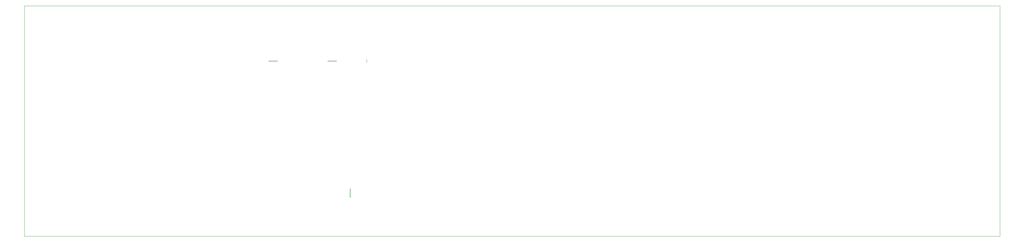
<source format=gtp>
*%FSLAX23Y23*%
*%MOIN*%
G01*
D11*
X4105Y9426D02*
X15837D01*
Y6651D02*
X4105D01*
X15837D02*
Y9426D01*
X4105D02*
Y6651D01*
D19*
X15125Y7236D02*
D03*
Y8676D02*
D03*
D35*
X9695Y7476D02*
D03*
X13425Y7356D02*
D03*
Y8351D02*
D03*
Y7866D02*
D03*
X13420Y8861D02*
D03*
X14885Y7096D02*
D03*
Y8506D02*
D03*
Y9216D02*
D03*
Y7801D02*
D03*
D56*
X12461Y8667D02*
D03*
X12441D02*
D03*
X12422D02*
D03*
X12402D02*
D03*
X12382D02*
D03*
X12363D02*
D03*
X12343D02*
D03*
X12323D02*
D03*
X12304D02*
D03*
X12284D02*
D03*
X12264D02*
D03*
X12244D02*
D03*
X12461Y9022D02*
D03*
X12244D02*
D03*
X12264D02*
D03*
X12284D02*
D03*
X12304D02*
D03*
X12323D02*
D03*
X12343D02*
D03*
X12363D02*
D03*
X12382D02*
D03*
X12402D02*
D03*
X12422D02*
D03*
X12441D02*
D03*
D57*
X11370Y8646D02*
D03*
X11350D02*
D03*
X11331D02*
D03*
X11311D02*
D03*
X11291D02*
D03*
X11272D02*
D03*
X11252D02*
D03*
X11232D02*
D03*
X11212D02*
D03*
X11193D02*
D03*
X11173D02*
D03*
X11154D02*
D03*
X11134D02*
D03*
X11114D02*
D03*
X11094D02*
D03*
X11075D02*
D03*
X11055D02*
D03*
X11035D02*
D03*
X11016D02*
D03*
X10996D02*
D03*
X10976D02*
D03*
X10957D02*
D03*
X10937D02*
D03*
X10917D02*
D03*
X10898D02*
D03*
X10878D02*
D03*
X10858D02*
D03*
X10838D02*
D03*
X10819D02*
D03*
X10799D02*
D03*
X10779D02*
D03*
X10760D02*
D03*
X10740D02*
D03*
X10720D02*
D03*
X10701D02*
D03*
X10681D02*
D03*
X10661D02*
D03*
X10642D02*
D03*
X10622D02*
D03*
X10602D02*
D03*
X10583D02*
D03*
X10563D02*
D03*
X10543D02*
D03*
X10524D02*
D03*
X10504D02*
D03*
X10484D02*
D03*
X10464D02*
D03*
X10445D02*
D03*
X10425D02*
D03*
X10405D02*
D03*
X10386D02*
D03*
X10366D02*
D03*
X11370Y7470D02*
D03*
X10366D02*
D03*
X10386D02*
D03*
X10405D02*
D03*
X10425D02*
D03*
X10445D02*
D03*
X10464D02*
D03*
X10484D02*
D03*
X10504D02*
D03*
X10524D02*
D03*
X10543D02*
D03*
X10563D02*
D03*
X10583D02*
D03*
X10602D02*
D03*
X10622D02*
D03*
X10642D02*
D03*
X10661D02*
D03*
X10681D02*
D03*
X10701D02*
D03*
X10720D02*
D03*
X10740D02*
D03*
X10760D02*
D03*
X10779D02*
D03*
X10799D02*
D03*
X10819D02*
D03*
X10838D02*
D03*
X10858D02*
D03*
X10878D02*
D03*
X10898D02*
D03*
X10917D02*
D03*
X10937D02*
D03*
X10957D02*
D03*
X10976D02*
D03*
X10996D02*
D03*
X11016D02*
D03*
X11035D02*
D03*
X11055D02*
D03*
X11075D02*
D03*
X11094D02*
D03*
X11114D02*
D03*
X11134D02*
D03*
X11154D02*
D03*
X11173D02*
D03*
X11193D02*
D03*
X11212D02*
D03*
X11232D02*
D03*
X11252D02*
D03*
X11272D02*
D03*
X11291D02*
D03*
X11311D02*
D03*
X11331D02*
D03*
X11350D02*
D03*
D59*
X9125Y7341D02*
D03*
X9093D02*
D03*
X9062D02*
D03*
X9030D02*
D03*
X8999D02*
D03*
X8967D02*
D03*
X8936D02*
D03*
X8904D02*
D03*
X8907Y7006D02*
D03*
X8939D02*
D03*
X8970D02*
D03*
X9002D02*
D03*
X9033D02*
D03*
X9065D02*
D03*
X9096D02*
D03*
X9128D02*
D03*
D60*
X12483Y6932D02*
D03*
X12560D02*
D03*
X12534D02*
D03*
X12560Y6808D02*
D03*
X12534D02*
D03*
X12509D02*
D03*
X12483D02*
D03*
X12509Y6932D02*
D03*
X11933D02*
D03*
X12010D02*
D03*
X11984D02*
D03*
X12010Y6808D02*
D03*
X11984D02*
D03*
X11959D02*
D03*
X11933D02*
D03*
X11959Y6932D02*
D03*
D62*
X8940Y8661D02*
D03*
X8966D02*
D03*
X8991D02*
D03*
X9017D02*
D03*
X9042D02*
D03*
X9068D02*
D03*
X9094D02*
D03*
X9119D02*
D03*
Y8913D02*
D03*
X9094D02*
D03*
X9068D02*
D03*
X9042D02*
D03*
X9017D02*
D03*
X8991D02*
D03*
X8966D02*
D03*
X8940D02*
D03*
Y8156D02*
D03*
X8966D02*
D03*
X8991D02*
D03*
X9017D02*
D03*
X9042D02*
D03*
X9068D02*
D03*
X9094D02*
D03*
X9119D02*
D03*
Y8408D02*
D03*
X9094D02*
D03*
X9068D02*
D03*
X9042D02*
D03*
X9017D02*
D03*
X8991D02*
D03*
X8966D02*
D03*
X8940D02*
D03*
D66*
X15125Y7460D02*
D03*
X15175Y7236D02*
D03*
X15225D02*
D03*
X15275D02*
D03*
Y7460D02*
D03*
X15225D02*
D03*
X15175D02*
D03*
X15125Y8900D02*
D03*
X15175Y8676D02*
D03*
X15225D02*
D03*
X15275D02*
D03*
Y8900D02*
D03*
X15225D02*
D03*
X15175D02*
D03*
D70*
X10440Y6991D02*
D03*
X10365D02*
D03*
X10595D02*
D03*
X10520D02*
D03*
X10740D02*
D03*
X10665D02*
D03*
X13580Y7641D02*
D03*
Y7566D02*
D03*
X13865Y7641D02*
D03*
Y7566D02*
D03*
X13580Y8566D02*
D03*
Y8491D02*
D03*
X13865Y8566D02*
D03*
Y8491D02*
D03*
X13855Y8121D02*
D03*
Y8046D02*
D03*
X13570Y8121D02*
D03*
Y8046D02*
D03*
X13910Y9271D02*
D03*
Y9346D02*
D03*
X13625Y9271D02*
D03*
Y9346D02*
D03*
D71*
X10402Y6911D02*
D03*
X10557D02*
D03*
X10702D02*
D03*
D75*
X7895Y8571D02*
D03*
X7715D02*
D03*
X7805D02*
D03*
X7185D02*
D03*
X7005D02*
D03*
X7095D02*
D03*
D76*
X11456Y8560D02*
D03*
Y8540D02*
D03*
Y8521D02*
D03*
Y8501D02*
D03*
Y8481D02*
D03*
Y8462D02*
D03*
Y8442D02*
D03*
Y8422D02*
D03*
Y8402D02*
D03*
Y8383D02*
D03*
Y8363D02*
D03*
Y8344D02*
D03*
Y8324D02*
D03*
Y8304D02*
D03*
Y8284D02*
D03*
Y8265D02*
D03*
Y8245D02*
D03*
Y8225D02*
D03*
Y8206D02*
D03*
Y8186D02*
D03*
Y8127D02*
D03*
Y8107D02*
D03*
Y8088D02*
D03*
Y8068D02*
D03*
Y8048D02*
D03*
Y8028D02*
D03*
Y8009D02*
D03*
Y7989D02*
D03*
Y7969D02*
D03*
Y7950D02*
D03*
Y7930D02*
D03*
Y7910D02*
D03*
Y7891D02*
D03*
Y7871D02*
D03*
Y7851D02*
D03*
Y7832D02*
D03*
Y7812D02*
D03*
Y7792D02*
D03*
Y7773D02*
D03*
Y7753D02*
D03*
Y7733D02*
D03*
Y7714D02*
D03*
Y7694D02*
D03*
Y7674D02*
D03*
Y7654D02*
D03*
Y7635D02*
D03*
Y7615D02*
D03*
Y7595D02*
D03*
Y7576D02*
D03*
Y7556D02*
D03*
X10280Y8560D02*
D03*
Y8540D02*
D03*
Y8521D02*
D03*
Y8501D02*
D03*
Y8481D02*
D03*
Y8462D02*
D03*
Y8442D02*
D03*
Y8422D02*
D03*
Y8402D02*
D03*
Y8383D02*
D03*
Y8363D02*
D03*
Y8344D02*
D03*
Y8324D02*
D03*
Y8304D02*
D03*
Y8284D02*
D03*
Y8265D02*
D03*
Y8245D02*
D03*
Y8206D02*
D03*
Y8186D02*
D03*
X11456Y8147D02*
D03*
Y8166D02*
D03*
X10280Y8225D02*
D03*
Y8166D02*
D03*
Y8147D02*
D03*
Y8127D02*
D03*
Y8107D02*
D03*
Y8088D02*
D03*
Y8068D02*
D03*
Y8048D02*
D03*
Y8028D02*
D03*
Y8009D02*
D03*
Y7989D02*
D03*
Y7969D02*
D03*
Y7950D02*
D03*
Y7930D02*
D03*
Y7910D02*
D03*
Y7891D02*
D03*
Y7871D02*
D03*
Y7851D02*
D03*
Y7832D02*
D03*
Y7812D02*
D03*
Y7792D02*
D03*
Y7773D02*
D03*
Y7753D02*
D03*
Y7733D02*
D03*
Y7714D02*
D03*
Y7694D02*
D03*
Y7674D02*
D03*
Y7654D02*
D03*
Y7635D02*
D03*
Y7615D02*
D03*
Y7595D02*
D03*
Y7576D02*
D03*
Y7556D02*
D03*
D78*
X8849Y7282D02*
D03*
Y7251D02*
D03*
Y7219D02*
D03*
Y7188D02*
D03*
Y7156D02*
D03*
Y7125D02*
D03*
Y7093D02*
D03*
Y7062D02*
D03*
X9184Y7064D02*
D03*
Y7095D02*
D03*
Y7127D02*
D03*
Y7158D02*
D03*
Y7190D02*
D03*
Y7221D02*
D03*
Y7253D02*
D03*
Y7284D02*
D03*
D81*
X11261Y7191D02*
D03*
Y7165D02*
D03*
Y7140D02*
D03*
Y7114D02*
D03*
Y7089D02*
D03*
Y7063D02*
D03*
Y7037D02*
D03*
Y7012D02*
D03*
Y6986D02*
D03*
Y6961D02*
D03*
X11056D02*
D03*
Y6986D02*
D03*
Y7012D02*
D03*
Y7037D02*
D03*
Y7063D02*
D03*
Y7089D02*
D03*
Y7114D02*
D03*
Y7140D02*
D03*
Y7165D02*
D03*
Y7191D02*
D03*
D82*
X13660Y7603D02*
D03*
X13945D02*
D03*
X13660Y8528D02*
D03*
X13945D02*
D03*
X13935Y8083D02*
D03*
X13650D02*
D03*
X13990Y9308D02*
D03*
X13705D02*
D03*
D86*
X5190Y8591D02*
D03*
X5280D02*
D03*
Y8516D02*
D03*
X5190D02*
D03*
Y8276D02*
D03*
X5280D02*
D03*
X5190Y8026D02*
D03*
X5280D02*
D03*
X7875Y9126D02*
D03*
X7785D02*
D03*
X7165D02*
D03*
X7075D02*
D03*
X8600Y7136D02*
D03*
X8510D02*
D03*
Y7061D02*
D03*
X8600D02*
D03*
X9560Y7406D02*
D03*
X9470D02*
D03*
X8810Y7656D02*
D03*
X8900D02*
D03*
X9100D02*
D03*
X9010D02*
D03*
X9360Y8556D02*
D03*
X9270D02*
D03*
X9065Y9011D02*
D03*
X8975D02*
D03*
X9060Y8506D02*
D03*
X8970D02*
D03*
X9995Y7601D02*
D03*
X10085D02*
D03*
X11130Y7256D02*
D03*
X11220D02*
D03*
X10950Y6936D02*
D03*
X10860D02*
D03*
X10950Y7011D02*
D03*
X10860D02*
D03*
X10950Y7086D02*
D03*
X10860D02*
D03*
X11900Y7311D02*
D03*
X11990D02*
D03*
Y7236D02*
D03*
X11900D02*
D03*
X11990Y7161D02*
D03*
X11900D02*
D03*
Y7086D02*
D03*
X11990D02*
D03*
X11820Y7606D02*
D03*
X11910D02*
D03*
X12625Y7741D02*
D03*
X12535D02*
D03*
X12380D02*
D03*
X12470D02*
D03*
X12940Y7771D02*
D03*
X13030D02*
D03*
Y7696D02*
D03*
X12940D02*
D03*
Y7621D02*
D03*
X13030D02*
D03*
X12940Y7546D02*
D03*
X13030D02*
D03*
Y7471D02*
D03*
X12940D02*
D03*
Y7396D02*
D03*
X13030D02*
D03*
X12940Y7321D02*
D03*
X13030D02*
D03*
Y7246D02*
D03*
X12940D02*
D03*
Y7171D02*
D03*
X13030D02*
D03*
X11590Y8631D02*
D03*
X11500D02*
D03*
X11820Y8286D02*
D03*
X11910D02*
D03*
X12375Y8321D02*
D03*
X12465D02*
D03*
X12625Y8321D02*
D03*
X12535D02*
D03*
X12575Y9256D02*
D03*
X12485D02*
D03*
X12940Y9296D02*
D03*
X13030D02*
D03*
X12940Y9221D02*
D03*
X13030D02*
D03*
X12940Y8896D02*
D03*
X13030D02*
D03*
X12940Y8821D02*
D03*
X13030D02*
D03*
X12940Y8671D02*
D03*
X13030D02*
D03*
X12940Y8521D02*
D03*
X13030D02*
D03*
X12940Y8446D02*
D03*
X13030D02*
D03*
Y8596D02*
D03*
X12940D02*
D03*
X13030Y8746D02*
D03*
X12940D02*
D03*
X13030Y8371D02*
D03*
X12940D02*
D03*
Y8296D02*
D03*
X13030D02*
D03*
X12940Y8221D02*
D03*
X13030D02*
D03*
Y8146D02*
D03*
X12940D02*
D03*
Y8071D02*
D03*
X13030D02*
D03*
X12940Y7996D02*
D03*
X13030D02*
D03*
Y7921D02*
D03*
X12940D02*
D03*
Y7846D02*
D03*
X13030D02*
D03*
X12940Y9371D02*
D03*
X13030D02*
D03*
X13425Y7136D02*
D03*
X13515D02*
D03*
X14290Y7311D02*
D03*
X14200D02*
D03*
X14290Y7581D02*
D03*
X14200D02*
D03*
X13095Y7771D02*
D03*
X13185D02*
D03*
X13095Y7696D02*
D03*
X13185D02*
D03*
X13095Y7621D02*
D03*
X13185D02*
D03*
X13095Y7546D02*
D03*
X13185D02*
D03*
X13095Y7471D02*
D03*
X13185D02*
D03*
X13095Y7396D02*
D03*
X13185D02*
D03*
X13095Y7321D02*
D03*
X13185D02*
D03*
X13095Y7246D02*
D03*
X13185D02*
D03*
X13095Y7171D02*
D03*
X13185D02*
D03*
X14295Y8231D02*
D03*
X14205D02*
D03*
X13945Y9026D02*
D03*
X13855D02*
D03*
Y9101D02*
D03*
X13945D02*
D03*
X13810Y9176D02*
D03*
X13900D02*
D03*
X13720Y8936D02*
D03*
X13630D02*
D03*
X13095Y8896D02*
D03*
X13185D02*
D03*
X13095Y8821D02*
D03*
X13185D02*
D03*
X13095Y8746D02*
D03*
X13185D02*
D03*
X13095Y8671D02*
D03*
X13185D02*
D03*
X13095Y8596D02*
D03*
X13185D02*
D03*
X13095Y8521D02*
D03*
X13185D02*
D03*
X13095Y8446D02*
D03*
X13185D02*
D03*
X13095Y8371D02*
D03*
X13185D02*
D03*
X13095Y8296D02*
D03*
X13185D02*
D03*
X13095Y8221D02*
D03*
X13185D02*
D03*
X13095Y8146D02*
D03*
X13185D02*
D03*
X13095Y8071D02*
D03*
X13185D02*
D03*
X13095Y7996D02*
D03*
X13185D02*
D03*
X13095Y7921D02*
D03*
X13185D02*
D03*
X13095Y7846D02*
D03*
X13185D02*
D03*
X14885Y6876D02*
D03*
X14975D02*
D03*
X15275Y7701D02*
D03*
X15185D02*
D03*
X14975Y7581D02*
D03*
X14885D02*
D03*
X15275Y6996D02*
D03*
X15185D02*
D03*
Y7071D02*
D03*
X15275D02*
D03*
X15185Y7626D02*
D03*
X15275D02*
D03*
X15185Y6921D02*
D03*
X15275D02*
D03*
X15185Y8331D02*
D03*
X15275D02*
D03*
Y8406D02*
D03*
X15185D02*
D03*
Y8481D02*
D03*
X15275D02*
D03*
Y9116D02*
D03*
X15185D02*
D03*
X14975Y8996D02*
D03*
X14885D02*
D03*
X15185Y9191D02*
D03*
X15275D02*
D03*
X14970Y8286D02*
D03*
X14880D02*
D03*
X15185Y7776D02*
D03*
X15275D02*
D03*
X15185Y9041D02*
D03*
X15275D02*
D03*
D88*
X12100Y6978D02*
D03*
X12260D02*
D03*
X12100Y6952D02*
D03*
X12260D02*
D03*
X12100Y6927D02*
D03*
X12260D02*
D03*
X12100Y6901D02*
D03*
X12260D02*
D03*
X12100Y6843D02*
D03*
X12260D02*
D03*
X12100Y6817D02*
D03*
X12260D02*
D03*
X12100Y6792D02*
D03*
X12260D02*
D03*
X12100Y6766D02*
D03*
X12260D02*
D03*
X12650Y6978D02*
D03*
X12810D02*
D03*
X12650Y6952D02*
D03*
X12810D02*
D03*
X12650Y6927D02*
D03*
X12810D02*
D03*
X12650Y6901D02*
D03*
X12810D02*
D03*
X12650Y6843D02*
D03*
X12810D02*
D03*
X12650Y6817D02*
D03*
X12810D02*
D03*
X12650Y6792D02*
D03*
X12810D02*
D03*
X12650Y6766D02*
D03*
X12810D02*
D03*
D89*
X7835Y7081D02*
D03*
Y7261D02*
D03*
Y7171D02*
D03*
X8413Y8673D02*
D03*
Y8733D02*
D03*
Y8793D02*
D03*
Y8853D02*
D03*
D91*
X9860Y8356D02*
D03*
X9725D02*
D03*
X9860Y8466D02*
D03*
X9725D02*
D03*
X9935Y9026D02*
D03*
X9800D02*
D03*
X12575Y9351D02*
D03*
X12440D02*
D03*
D93*
X7700Y7240D02*
D03*
Y7101D02*
D03*
X8025Y7550D02*
D03*
Y7411D02*
D03*
X10780Y7162D02*
D03*
Y7301D02*
D03*
X11765Y7400D02*
D03*
Y7261D02*
D03*
X12670Y9139D02*
D03*
Y9000D02*
D03*
D96*
X8160Y7411D02*
D03*
Y7501D02*
D03*
X9390Y7576D02*
D03*
Y7486D02*
D03*
X9315Y7621D02*
D03*
Y7531D02*
D03*
X8655Y7381D02*
D03*
Y7471D02*
D03*
X9530Y8136D02*
D03*
Y8226D02*
D03*
X8490Y8636D02*
D03*
Y8726D02*
D03*
Y8796D02*
D03*
Y8886D02*
D03*
X8840Y8746D02*
D03*
Y8656D02*
D03*
Y8231D02*
D03*
Y8141D02*
D03*
X8570Y8796D02*
D03*
Y8886D02*
D03*
Y8636D02*
D03*
Y8726D02*
D03*
X11035Y7326D02*
D03*
Y7236D02*
D03*
X10315Y6841D02*
D03*
Y6751D02*
D03*
X10615Y6841D02*
D03*
Y6751D02*
D03*
X10465Y6841D02*
D03*
Y6751D02*
D03*
X10390D02*
D03*
Y6841D02*
D03*
X10690Y6751D02*
D03*
Y6841D02*
D03*
X10540Y6751D02*
D03*
Y6841D02*
D03*
X9935Y8376D02*
D03*
Y8286D02*
D03*
Y8446D02*
D03*
Y8536D02*
D03*
X10210Y8326D02*
D03*
Y8236D02*
D03*
X10010Y9026D02*
D03*
Y8936D02*
D03*
X11765Y7171D02*
D03*
Y7081D02*
D03*
X11865Y6896D02*
D03*
Y6806D02*
D03*
X12415Y6901D02*
D03*
Y6811D02*
D03*
X11520Y7351D02*
D03*
Y7441D02*
D03*
X12610Y8601D02*
D03*
Y8691D02*
D03*
X12880Y8981D02*
D03*
Y9071D02*
D03*
X12805Y8981D02*
D03*
Y9071D02*
D03*
X12705Y8821D02*
D03*
Y8911D02*
D03*
X13320Y6931D02*
D03*
Y7021D02*
D03*
X13830Y7031D02*
D03*
Y6941D02*
D03*
X13345Y7666D02*
D03*
Y7756D02*
D03*
X13270D02*
D03*
Y7666D02*
D03*
X13425D02*
D03*
Y7576D02*
D03*
X13345Y7156D02*
D03*
Y7246D02*
D03*
X13270D02*
D03*
Y7156D02*
D03*
X13345Y7311D02*
D03*
Y7401D02*
D03*
X13270Y7311D02*
D03*
Y7401D02*
D03*
X13730Y7331D02*
D03*
Y7421D02*
D03*
X13805Y7556D02*
D03*
Y7646D02*
D03*
X14015Y7556D02*
D03*
Y7646D02*
D03*
X13730Y7556D02*
D03*
Y7646D02*
D03*
X14245Y8936D02*
D03*
Y8846D02*
D03*
X13425Y8151D02*
D03*
Y8061D02*
D03*
X13850Y9261D02*
D03*
Y9351D02*
D03*
X13775Y9261D02*
D03*
Y9351D02*
D03*
X13730Y8481D02*
D03*
Y8571D02*
D03*
X13805Y8481D02*
D03*
Y8571D02*
D03*
X14015D02*
D03*
Y8481D02*
D03*
X13420Y8656D02*
D03*
Y8566D02*
D03*
X13260Y8751D02*
D03*
Y8661D02*
D03*
X13335D02*
D03*
Y8751D02*
D03*
Y8821D02*
D03*
Y8911D02*
D03*
X13260Y8821D02*
D03*
Y8911D02*
D03*
X13730Y8326D02*
D03*
Y8416D02*
D03*
X13345Y8151D02*
D03*
Y8241D02*
D03*
X13270D02*
D03*
Y8151D02*
D03*
Y8306D02*
D03*
Y8396D02*
D03*
X13345Y8306D02*
D03*
Y8396D02*
D03*
X13730Y7841D02*
D03*
Y7931D02*
D03*
X13345Y7826D02*
D03*
Y7916D02*
D03*
X13270Y7826D02*
D03*
Y7916D02*
D03*
X14005Y8126D02*
D03*
Y8036D02*
D03*
X13795D02*
D03*
Y8126D02*
D03*
X13720Y8036D02*
D03*
Y8126D02*
D03*
X14060Y9351D02*
D03*
Y9261D02*
D03*
X14806Y6841D02*
D03*
Y6931D02*
D03*
Y7086D02*
D03*
Y6996D02*
D03*
Y7611D02*
D03*
Y7701D02*
D03*
X14895Y7301D02*
D03*
Y7391D02*
D03*
X14970Y7301D02*
D03*
Y7391D02*
D03*
X14806Y7856D02*
D03*
Y7766D02*
D03*
X14807Y8496D02*
D03*
Y8406D02*
D03*
Y8251D02*
D03*
Y8341D02*
D03*
Y8961D02*
D03*
Y9051D02*
D03*
Y9206D02*
D03*
Y9116D02*
D03*
X14990Y8831D02*
D03*
Y8741D02*
D03*
X14915Y8831D02*
D03*
Y8741D02*
D03*
D101*
X9471Y7476D02*
D03*
X9695Y7526D02*
D03*
Y7576D02*
D03*
Y7626D02*
D03*
X9471D02*
D03*
Y7576D02*
D03*
Y7526D02*
D03*
X13649Y7356D02*
D03*
X13425Y7306D02*
D03*
Y7256D02*
D03*
Y7206D02*
D03*
X13649D02*
D03*
Y7256D02*
D03*
Y7306D02*
D03*
Y8351D02*
D03*
X13425Y8301D02*
D03*
Y8251D02*
D03*
Y8201D02*
D03*
X13649D02*
D03*
Y8251D02*
D03*
Y8301D02*
D03*
Y7866D02*
D03*
X13425Y7816D02*
D03*
Y7766D02*
D03*
Y7716D02*
D03*
X13649D02*
D03*
Y7766D02*
D03*
Y7816D02*
D03*
X13644Y8861D02*
D03*
X13420Y8811D02*
D03*
Y8761D02*
D03*
Y8711D02*
D03*
X13644D02*
D03*
Y8761D02*
D03*
Y8811D02*
D03*
X15109Y7046D02*
D03*
Y6996D02*
D03*
Y6946D02*
D03*
X14885D02*
D03*
Y6996D02*
D03*
Y7046D02*
D03*
X15109Y7096D02*
D03*
Y8456D02*
D03*
Y8406D02*
D03*
Y8356D02*
D03*
X14885D02*
D03*
Y8406D02*
D03*
Y8456D02*
D03*
X15109Y8506D02*
D03*
Y9216D02*
D03*
X14885Y9166D02*
D03*
Y9116D02*
D03*
Y9066D02*
D03*
X15109D02*
D03*
Y9116D02*
D03*
Y9166D02*
D03*
Y7801D02*
D03*
X14885Y7751D02*
D03*
Y7701D02*
D03*
Y7651D02*
D03*
X15109D02*
D03*
Y7701D02*
D03*
Y7751D02*
D03*
D103*
X4733Y7574D02*
D03*
X4733Y7624D02*
D03*
Y7674D02*
D03*
Y7724D02*
D03*
Y7774D02*
D03*
Y7824D02*
D03*
Y7874D02*
D03*
Y7924D02*
D03*
Y7974D02*
D03*
Y8024D02*
D03*
X5108Y7574D02*
D03*
Y7624D02*
D03*
Y7674D02*
D03*
Y7724D02*
D03*
Y7774D02*
D03*
Y7824D02*
D03*
Y7874D02*
D03*
Y7924D02*
D03*
Y7974D02*
D03*
Y8024D02*
D03*
X4733Y8124D02*
D03*
Y8174D02*
D03*
Y8224D02*
D03*
Y8274D02*
D03*
Y8324D02*
D03*
Y8374D02*
D03*
Y8424D02*
D03*
Y8474D02*
D03*
Y8524D02*
D03*
Y8574D02*
D03*
X5108Y8124D02*
D03*
Y8174D02*
D03*
Y8224D02*
D03*
Y8274D02*
D03*
Y8324D02*
D03*
Y8374D02*
D03*
Y8424D02*
D03*
Y8474D02*
D03*
Y8524D02*
D03*
Y8574D02*
D03*
D105*
X4745Y7301D02*
D03*
X4595D02*
D03*
X4745Y7396D02*
D03*
X4595D02*
D03*
D106*
X12532Y8953D02*
D03*
Y8933D02*
D03*
Y8914D02*
D03*
Y8894D02*
D03*
Y8874D02*
D03*
Y8855D02*
D03*
Y8835D02*
D03*
Y8815D02*
D03*
Y8796D02*
D03*
Y8776D02*
D03*
Y8756D02*
D03*
Y8736D02*
D03*
X12175Y8735D02*
D03*
Y8755D02*
D03*
Y8775D02*
D03*
Y8795D02*
D03*
Y8814D02*
D03*
Y8834D02*
D03*
Y8854D02*
D03*
Y8873D02*
D03*
Y8893D02*
D03*
Y8913D02*
D03*
Y8932D02*
D03*
Y8952D02*
D03*
D107*
X9440Y8631D02*
D03*
Y8681D02*
D03*
Y8731D02*
D03*
Y8781D02*
D03*
Y8831D02*
D03*
Y8881D02*
D03*
Y8931D02*
D03*
Y8981D02*
D03*
X9196D02*
D03*
Y8931D02*
D03*
Y8881D02*
D03*
Y8831D02*
D03*
Y8781D02*
D03*
Y8731D02*
D03*
Y8681D02*
D03*
Y8631D02*
D03*
Y8131D02*
D03*
Y8181D02*
D03*
Y8231D02*
D03*
Y8281D02*
D03*
Y8331D02*
D03*
Y8381D02*
D03*
Y8431D02*
D03*
Y8481D02*
D03*
X9440D02*
D03*
Y8431D02*
D03*
Y8381D02*
D03*
Y8331D02*
D03*
Y8281D02*
D03*
Y8231D02*
D03*
Y8181D02*
D03*
Y8131D02*
D03*
D112*
X14394Y7236D02*
D03*
Y7186D02*
D03*
Y7136D02*
D03*
Y7086D02*
D03*
Y7036D02*
D03*
Y6986D02*
D03*
Y6936D02*
D03*
Y6886D02*
D03*
X14150D02*
D03*
Y6936D02*
D03*
Y6986D02*
D03*
Y7036D02*
D03*
Y7086D02*
D03*
Y7136D02*
D03*
Y7186D02*
D03*
Y7236D02*
D03*
X14394Y8651D02*
D03*
Y8601D02*
D03*
Y8551D02*
D03*
Y8501D02*
D03*
Y8451D02*
D03*
Y8401D02*
D03*
Y8351D02*
D03*
Y8301D02*
D03*
X14150D02*
D03*
Y8351D02*
D03*
Y8401D02*
D03*
Y8451D02*
D03*
Y8501D02*
D03*
Y8551D02*
D03*
Y8601D02*
D03*
Y8651D02*
D03*
Y8006D02*
D03*
Y7956D02*
D03*
Y7906D02*
D03*
Y7856D02*
D03*
Y7806D02*
D03*
Y7756D02*
D03*
Y7706D02*
D03*
Y7656D02*
D03*
X14394D02*
D03*
Y7706D02*
D03*
Y7756D02*
D03*
Y7806D02*
D03*
Y7856D02*
D03*
Y7906D02*
D03*
Y7956D02*
D03*
Y8006D02*
D03*
Y9356D02*
D03*
Y9306D02*
D03*
Y9256D02*
D03*
Y9206D02*
D03*
Y9156D02*
D03*
Y9106D02*
D03*
Y9056D02*
D03*
Y9006D02*
D03*
X14150D02*
D03*
Y9056D02*
D03*
Y9106D02*
D03*
Y9156D02*
D03*
Y9206D02*
D03*
Y9256D02*
D03*
Y9306D02*
D03*
Y9356D02*
D03*
D113*
X14495Y7086D02*
D03*
X14720D02*
D03*
X14495Y9221D02*
D03*
X14720D02*
D03*
X14495Y8666D02*
D03*
X14720D02*
D03*
X14495Y8511D02*
D03*
X14720D02*
D03*
X14495Y8026D02*
D03*
X14720D02*
D03*
X14495Y7871D02*
D03*
X14720D02*
D03*
D114*
X12369Y7982D02*
D03*
Y8002D02*
D03*
Y8021D02*
D03*
X12641Y7805D02*
D03*
Y7824D02*
D03*
Y7844D02*
D03*
Y7864D02*
D03*
Y7883D02*
D03*
Y7903D02*
D03*
Y7923D02*
D03*
Y7943D02*
D03*
Y7962D02*
D03*
Y7982D02*
D03*
Y8002D02*
D03*
Y8021D02*
D03*
Y8041D02*
D03*
Y8061D02*
D03*
Y8080D02*
D03*
Y8100D02*
D03*
Y8120D02*
D03*
Y8139D02*
D03*
Y8159D02*
D03*
Y8179D02*
D03*
Y8198D02*
D03*
Y8218D02*
D03*
Y8238D02*
D03*
Y8257D02*
D03*
X12369Y8179D02*
D03*
X12369Y8159D02*
D03*
X12369Y8139D02*
D03*
Y8120D02*
D03*
Y8041D02*
D03*
Y7962D02*
D03*
Y7943D02*
D03*
Y7923D02*
D03*
Y7903D02*
D03*
Y7883D02*
D03*
Y7864D02*
D03*
Y7844D02*
D03*
Y7824D02*
D03*
Y7805D02*
D03*
Y8061D02*
D03*
Y8080D02*
D03*
Y8100D02*
D03*
Y8238D02*
D03*
Y8257D02*
D03*
Y8218D02*
D03*
Y8198D02*
D03*
D118*
X8063Y8533D02*
D03*
X8363D02*
D03*
X8063Y8993D02*
D03*
X8363D02*
D03*
D119*
X4861Y7201D02*
D03*
X5000D02*
D03*
X4999Y7396D02*
D03*
X4860D02*
D03*
X7736Y8436D02*
D03*
X7875D02*
D03*
X7026D02*
D03*
X7165D02*
D03*
X7736Y8991D02*
D03*
X7875D02*
D03*
X7026D02*
D03*
X7165D02*
D03*
X12804Y9301D02*
D03*
X12665D02*
D03*
D121*
X8745Y8816D02*
D03*
Y8951D02*
D03*
Y8301D02*
D03*
Y8436D02*
D03*
Y8746D02*
D03*
Y8611D02*
D03*
Y8231D02*
D03*
Y8096D02*
D03*
X10935Y7321D02*
D03*
Y7186D02*
D03*
X10175Y8856D02*
D03*
Y8721D02*
D03*
X10050Y8446D02*
D03*
Y8581D02*
D03*
Y8376D02*
D03*
Y8241D02*
D03*
X13030Y7066D02*
D03*
Y6931D02*
D03*
X13580Y7036D02*
D03*
Y6901D02*
D03*
X13690Y7036D02*
D03*
Y6901D02*
D03*
X13195Y6931D02*
D03*
Y7066D02*
D03*
D122*
X13125Y9071D02*
D03*
X12975Y9021D02*
D03*
Y9121D02*
D03*
X14555Y6896D02*
D03*
X14705Y6946D02*
D03*
Y6846D02*
D03*
X14555Y7681D02*
D03*
X14705Y7731D02*
D03*
Y7631D02*
D03*
X14555Y9031D02*
D03*
X14705Y9081D02*
D03*
Y8981D02*
D03*
X14555Y8321D02*
D03*
X14705Y8371D02*
D03*
Y8271D02*
D03*
D127*
X8221Y8743D02*
Y8783D01*
D129*
X8020Y7121D02*
X8030D01*
Y7221D01*
X8020D01*
Y7121D01*
X7755Y8756D02*
X7855D01*
Y8766D01*
X7755D01*
Y8756D01*
X7045D02*
X7145D01*
Y8766D01*
X7045D01*
Y8756D01*
D02*
M02*

</source>
